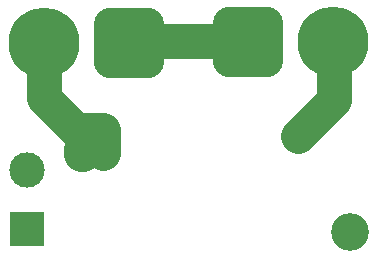
<source format=gbr>
%TF.GenerationSoftware,KiCad,Pcbnew,(6.0.6)*%
%TF.CreationDate,2022-10-10T16:19:53+08:00*%
%TF.ProjectId,NMOS_SWITCH,4e4d4f53-5f53-4574-9954-43482e6b6963,rev?*%
%TF.SameCoordinates,Original*%
%TF.FileFunction,Soldermask,Bot*%
%TF.FilePolarity,Negative*%
%FSLAX46Y46*%
G04 Gerber Fmt 4.6, Leading zero omitted, Abs format (unit mm)*
G04 Created by KiCad (PCBNEW (6.0.6)) date 2022-10-10 16:19:53*
%MOMM*%
%LPD*%
G01*
G04 APERTURE LIST*
G04 Aperture macros list*
%AMRoundRect*
0 Rectangle with rounded corners*
0 $1 Rounding radius*
0 $2 $3 $4 $5 $6 $7 $8 $9 X,Y pos of 4 corners*
0 Add a 4 corners polygon primitive as box body*
4,1,4,$2,$3,$4,$5,$6,$7,$8,$9,$2,$3,0*
0 Add four circle primitives for the rounded corners*
1,1,$1+$1,$2,$3*
1,1,$1+$1,$4,$5*
1,1,$1+$1,$6,$7*
1,1,$1+$1,$8,$9*
0 Add four rect primitives between the rounded corners*
20,1,$1+$1,$2,$3,$4,$5,0*
20,1,$1+$1,$4,$5,$6,$7,0*
20,1,$1+$1,$6,$7,$8,$9,0*
20,1,$1+$1,$8,$9,$2,$3,0*%
G04 Aperture macros list end*
%ADD10C,3.000000*%
%ADD11R,3.000000X3.000000*%
%ADD12C,3.000000*%
%ADD13C,3.200000*%
%ADD14RoundRect,1.500000X1.500000X1.500000X-1.500000X1.500000X-1.500000X-1.500000X1.500000X-1.500000X0*%
%ADD15C,6.000000*%
%ADD16RoundRect,1.500000X-1.500000X-1.500000X1.500000X-1.500000X1.500000X1.500000X-1.500000X1.500000X0*%
G04 APERTURE END LIST*
D10*
X148775000Y-94875000D02*
X148775000Y-96825000D01*
X146950000Y-96500000D02*
X146950000Y-96950000D01*
X143750000Y-92150000D02*
X146475000Y-94875000D01*
X151314674Y-87339229D02*
X161364674Y-87364229D01*
X168375000Y-87675000D02*
X168375000Y-92325000D01*
X146475000Y-94875000D02*
X148775000Y-94875000D01*
X146950000Y-96950000D02*
X147075000Y-96950000D01*
X143750000Y-87675000D02*
X143750000Y-92150000D01*
X168375000Y-92325000D02*
X165275000Y-95425000D01*
D11*
%TO.C,J1*%
X142325000Y-103300000D03*
D12*
X142325000Y-98300000D03*
%TD*%
D13*
%TO.C,H1*%
X169700000Y-103525000D03*
%TD*%
D14*
%TO.C,J2*%
X151025000Y-87550000D03*
D15*
X143825000Y-87550000D03*
%TD*%
D16*
%TO.C,J3*%
X161025000Y-87400000D03*
D15*
X168225000Y-87400000D03*
%TD*%
M02*

</source>
